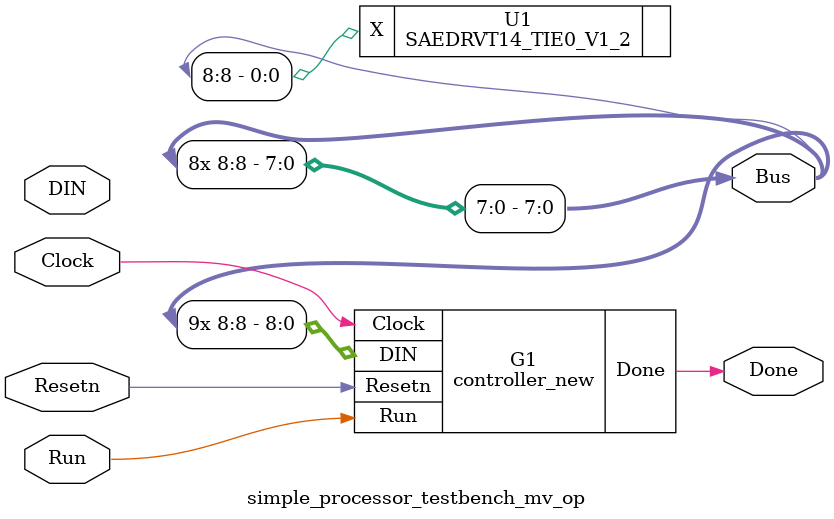
<source format=v>


module controller_new ( DIN, Run, Resetn, Clock, Done, R0out, R1out, R2out, 
        R3out, R4out, R5out, R6out, R7out, Gout, DINout, LdR0, LdR1, LdR2, 
        LdR3, LdR4, LdR5, LdR6, LdR7, LdA, LdG, Add_sub );
  input [8:0] DIN;
  input Run, Resetn, Clock;
  output Done, R0out, R1out, R2out, R3out, R4out, R5out, R6out, R7out, Gout,
         DINout, LdR0, LdR1, LdR2, LdR3, LdR4, LdR5, LdR6, LdR7, LdA, LdG,
         Add_sub;
  wire   PS_1_, N76, n6, n7, n8;

  SAEDRVT14_LDPQ_U_0P5 LdR0_reg ( .G(n6), .D(PS_1_), .Q(Done) );
  SAEDRVT14_FDPQB_V2LP_0P5 PS_reg_1_ ( .D(N76), .CK(Clock), .QN(PS_1_) );
  SAEDRVT14_TIE1_4 U3 ( .X(n6) );
  SAEDRVT14_INV_0P5 U4 ( .A(PS_1_), .X(n7) );
  SAEDRVT14_AN3_0P5 U5 ( .A1(n7), .A2(Run), .A3(Resetn), .X(n8) );
  SAEDRVT14_INV_0P5 U6 ( .A(n8), .X(N76) );
endmodule


module simple_processor_testbench_mv_op ( Run, Resetn, Clock, DIN, Bus, Done
 );
  input [8:0] DIN;
  output [8:0] Bus;
  input Run, Resetn, Clock;
  output Done;

  assign Bus[0] = Bus[8];
  assign Bus[1] = Bus[8];
  assign Bus[2] = Bus[8];
  assign Bus[3] = Bus[8];
  assign Bus[4] = Bus[8];
  assign Bus[5] = Bus[8];
  assign Bus[6] = Bus[8];
  assign Bus[7] = Bus[8];

  controller_new G1 ( .DIN({Bus[8], Bus[8], Bus[8], Bus[8], Bus[8], Bus[8], 
        Bus[8], Bus[8], Bus[8]}), .Run(Run), .Resetn(Resetn), .Clock(Clock), 
        .Done(Done) );
  SAEDRVT14_TIE0_V1_2 U1 ( .X(Bus[8]) );
endmodule


</source>
